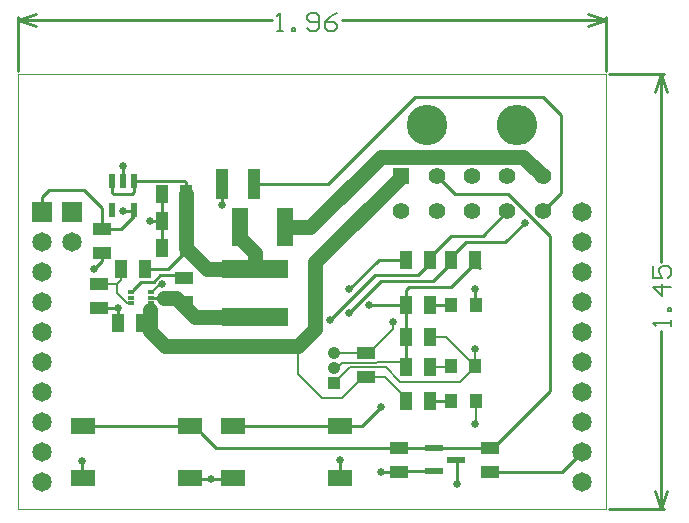
<source format=gtl>
G04*
G04 #@! TF.GenerationSoftware,Altium Limited,Altium Designer,20.1.14 (287)*
G04*
G04 Layer_Physical_Order=1*
G04 Layer_Color=255*
%FSLAX24Y24*%
%MOIN*%
G70*
G04*
G04 #@! TF.SameCoordinates,46077A43-3E97-4952-B592-0C32B6473DDB*
G04*
G04*
G04 #@! TF.FilePolarity,Positive*
G04*
G01*
G75*
%ADD12C,0.0100*%
%ADD17C,0.0000*%
%ADD18C,0.0060*%
%ADD38R,0.0433X0.0472*%
%ADD39R,0.0217X0.0472*%
%ADD40R,0.0400X0.0600*%
%ADD41R,0.0600X0.0400*%
%ADD42R,0.0194X0.0118*%
%ADD43R,0.0610X0.0217*%
%ADD44R,0.2205X0.0610*%
%ADD45R,0.0551X0.1299*%
%ADD46R,0.0827X0.0551*%
%ADD47R,0.0433X0.1024*%
%ADD48C,0.0080*%
%ADD49C,0.0500*%
%ADD50R,0.0413X0.0413*%
%ADD51C,0.0413*%
%ADD52R,0.0549X0.0549*%
%ADD53C,0.0549*%
%ADD54C,0.1351*%
%ADD55O,0.1351X0.1351*%
%ADD56C,0.0650*%
%ADD57R,0.0650X0.0650*%
%ADD58C,0.0250*%
D12*
X17750Y3950D02*
Y9100D01*
X14557Y10500D02*
X16347D01*
X17747Y9100D01*
X16250Y8900D02*
X16900Y9550D01*
X17747Y9100D02*
X17750D01*
X11482Y2782D02*
X12100Y3400D01*
X10741Y2782D02*
X11482D01*
X4438Y7050D02*
X4860D01*
X4870Y7040D01*
X4105Y7570D02*
X4520D01*
X4750Y7800D02*
X5300D01*
X4520Y7570D02*
X4750Y7800D01*
X4729Y7500D02*
X4811D01*
X3829Y7294D02*
X4105Y7570D01*
X3882Y10950D02*
X5541D01*
X3874Y10942D02*
X3882Y10950D01*
X5541D02*
X5600Y10891D01*
Y10500D02*
Y10891D01*
X3874Y10559D02*
Y10942D01*
X3815Y10500D02*
X3874Y10559D01*
X3185Y10500D02*
X3815D01*
X3126Y10559D02*
X3185Y10500D01*
X3126Y10559D02*
Y10942D01*
X3500D02*
Y11450D01*
Y9950D02*
X3832D01*
X11050Y7329D02*
X12021Y8300D01*
X12950D01*
X15250Y6813D02*
Y7350D01*
Y6813D02*
X15263Y6800D01*
X12950Y5750D02*
Y6800D01*
Y4750D02*
Y5750D01*
X13750Y3600D02*
X14437D01*
X3874Y9780D02*
Y9942D01*
X3782Y7247D02*
X3819D01*
X3829Y7256D02*
Y7294D01*
X3819Y7247D02*
X3829Y7256D01*
X15550Y2150D02*
X15600Y2200D01*
X12100Y1250D02*
X12700D01*
X12726Y1276D01*
X10750Y1027D02*
Y1650D01*
X2150Y1027D02*
Y1600D01*
X14650Y850D02*
Y1614D01*
X14614Y1650D02*
X14650Y1614D01*
X18150Y1250D02*
X18800Y1900D01*
X15750Y1250D02*
X18150D01*
X3832Y9900D02*
X3874Y9942D01*
X4400Y9600D02*
X4800D01*
Y8700D02*
Y9600D01*
Y10500D01*
X6450Y1000D02*
X7141D01*
X5759D02*
X6450D01*
X3444Y9350D02*
X3874Y9780D01*
X2800Y9350D02*
X3444D01*
X2800D02*
Y10050D01*
X2200Y10650D02*
X2800Y10050D01*
X1050Y10650D02*
X2200D01*
X2550Y8000D02*
X2809Y8259D01*
Y8541D01*
X2800Y8550D02*
X2809Y8541D01*
X5000Y8000D02*
X5600Y8600D01*
X4200Y8000D02*
X5000D01*
X10100Y6000D02*
Y8424D01*
X10400Y6300D02*
X11900Y7800D01*
X13350D01*
X11050Y6550D02*
X12100Y7600D01*
X13850D01*
X11700Y6800D02*
X12950D01*
X13350Y7800D02*
X13750Y8200D01*
X13850Y7600D02*
X14450Y8200D01*
X13050Y7400D02*
X14450D01*
X12950Y7300D02*
X13050Y7400D01*
X14450D02*
X15250Y8200D01*
X13750D02*
Y8400D01*
X14450Y9100D02*
X15500D01*
X13750Y8400D02*
X14450Y9100D01*
X15500D02*
X16319Y9919D01*
X14450Y8400D02*
X14950Y8900D01*
X14450Y8200D02*
Y8400D01*
X14950Y8900D02*
X16250D01*
X12950Y6800D02*
Y7300D01*
X15400Y8050D02*
X15400D01*
X15250Y8200D02*
X15400Y8050D01*
X15850Y2050D02*
X17750Y3950D01*
X15750Y2050D02*
Y2200D01*
Y2050D02*
X15850D01*
X15550Y2074D02*
Y2150D01*
X15500Y2024D02*
X15550Y2074D01*
X12726Y2024D02*
X13886D01*
X15500D01*
X15600Y2200D02*
X15741D01*
X7159Y2782D02*
X10741D01*
X6105Y2545D02*
X6600Y2050D01*
X12700D01*
X12726Y1276D02*
X13886D01*
X12700Y2050D02*
X12726Y2024D01*
X2159Y2782D02*
X5741D01*
Y1018D02*
X5759Y1000D01*
X7141D02*
X7159Y1018D01*
X5979Y2682D02*
X6105Y2556D01*
Y2545D02*
Y2556D01*
X7882Y10850D02*
X10350D01*
X13250Y13750D02*
X17500D01*
X10350Y10850D02*
X13250Y13750D01*
X6800Y10831D02*
X6819Y10850D01*
X6800Y10150D02*
Y10831D01*
X2700Y6700D02*
X3350D01*
X2550Y6800D02*
X2600Y6750D01*
X3350Y6200D02*
Y6700D01*
X800Y10400D02*
X1050Y10650D01*
X800Y9900D02*
Y10400D01*
X13957Y11100D02*
X14557Y10500D01*
X13750Y6800D02*
X14437D01*
X18651Y900D02*
X18800D01*
X17500Y13750D02*
X18100Y13150D01*
Y10519D02*
Y13150D01*
X17500Y9919D02*
X18100Y10519D01*
X5600Y8600D02*
Y8700D01*
X21425Y14500D02*
X21625Y13900D01*
X21225D02*
X21425Y14500D01*
X21225Y600D02*
X21425Y0D01*
X21625Y600D01*
X21425Y8250D02*
Y14500D01*
Y0D02*
Y5930D01*
X19700Y14500D02*
X21525D01*
X19700Y0D02*
X21525D01*
X0Y16300D02*
X600Y16500D01*
X0Y16300D02*
X600Y16100D01*
X19000D02*
X19600Y16300D01*
X19000Y16500D02*
X19600Y16300D01*
X0D02*
X8480D01*
X10800D02*
X19600D01*
X0Y14600D02*
Y16400D01*
X19600Y14600D02*
Y16400D01*
D17*
X0Y0D02*
X19600D01*
Y14500D01*
X0D02*
X19600D01*
X0Y0D02*
Y14500D01*
Y0D02*
X19600D01*
Y14500D01*
X0D02*
X19600D01*
X0Y0D02*
Y14500D01*
D18*
X21785Y6090D02*
Y6290D01*
Y6190D01*
X21185D01*
X21285Y6090D01*
X21785Y6590D02*
X21685D01*
Y6690D01*
X21785D01*
Y6590D01*
Y7390D02*
X21185D01*
X21485Y7090D01*
Y7490D01*
X21185Y8090D02*
Y7690D01*
X21485D01*
X21385Y7890D01*
Y7990D01*
X21485Y8090D01*
X21685D01*
X21785Y7990D01*
Y7790D01*
X21685Y7690D01*
X8640Y15940D02*
X8840D01*
X8740D01*
Y16540D01*
X8640Y16440D01*
X9140Y15940D02*
Y16040D01*
X9240D01*
Y15940D01*
X9140D01*
X9640Y16040D02*
X9740Y15940D01*
X9940D01*
X10040Y16040D01*
Y16440D01*
X9940Y16540D01*
X9740D01*
X9640Y16440D01*
Y16340D01*
X9740Y16240D01*
X10040D01*
X10640Y16540D02*
X10440Y16440D01*
X10240Y16240D01*
Y16040D01*
X10340Y15940D01*
X10540D01*
X10640Y16040D01*
Y16140D01*
X10540Y16240D01*
X10240D01*
D38*
X14437Y3600D02*
D03*
X15263D02*
D03*
X14423Y4763D02*
D03*
X15250D02*
D03*
X15263Y6800D02*
D03*
X14437D02*
D03*
D39*
X3874Y10942D02*
D03*
X3500D02*
D03*
X3126D02*
D03*
Y9958D02*
D03*
X3874D02*
D03*
D40*
X13750Y4750D02*
D03*
X12950D02*
D03*
X13750Y3600D02*
D03*
X12950D02*
D03*
X13750Y5750D02*
D03*
X12950D02*
D03*
X3350Y6200D02*
D03*
X4150D02*
D03*
X15250Y8300D02*
D03*
X14450D02*
D03*
X12950D02*
D03*
X13750D02*
D03*
X12950Y6800D02*
D03*
X13750D02*
D03*
X3450Y8000D02*
D03*
X4250D02*
D03*
X4800Y10500D02*
D03*
X5600D02*
D03*
X4800Y8700D02*
D03*
X5600D02*
D03*
X4800Y9600D02*
D03*
X5600D02*
D03*
D41*
X11600Y5200D02*
D03*
Y4400D02*
D03*
X12700Y1250D02*
D03*
Y2050D02*
D03*
X2700Y7500D02*
D03*
Y6700D02*
D03*
X2800Y9350D02*
D03*
Y8550D02*
D03*
X15750Y1250D02*
D03*
Y2050D02*
D03*
X5550Y7700D02*
D03*
Y6900D02*
D03*
D42*
X4438Y7050D02*
D03*
X3782Y6853D02*
D03*
Y7050D02*
D03*
Y7247D02*
D03*
X4438D02*
D03*
Y6853D02*
D03*
D43*
X13886Y2024D02*
D03*
Y1276D02*
D03*
X14614Y1650D02*
D03*
D44*
X7900Y7997D02*
D03*
Y6403D02*
D03*
D45*
X8898Y9400D02*
D03*
X7402D02*
D03*
D46*
X10741Y2782D02*
D03*
Y1018D02*
D03*
X7159D02*
D03*
Y2782D02*
D03*
X5741D02*
D03*
Y1018D02*
D03*
X2159D02*
D03*
Y2782D02*
D03*
D47*
X7882Y10850D02*
D03*
X6819D02*
D03*
D48*
X15250Y2850D02*
X15263Y2863D01*
Y3600D01*
X15250Y4783D02*
Y5350D01*
X12500Y6000D02*
Y6250D01*
X11700Y5200D02*
X12500Y6000D01*
X3764Y6871D02*
X3782Y6853D01*
X3635Y6871D02*
X3764D01*
X3300Y7206D02*
X3635Y6871D01*
X3300Y7206D02*
Y7500D01*
X3450Y7650D01*
X2700Y7500D02*
X3300D01*
X3450Y7650D02*
Y8000D01*
X4438Y7247D02*
X4476D01*
X4697Y7468D01*
X4778D01*
X4811Y7500D01*
X10550Y5200D02*
X11600D01*
X15250Y4763D02*
Y4783D01*
X11600Y5200D02*
X11700D01*
X9350Y4500D02*
X10150Y3700D01*
X9350Y4500D02*
Y5450D01*
X10150Y3700D02*
X10800D01*
X11500Y4400D02*
X11600D01*
X10800Y3700D02*
X11500Y4400D01*
X11070Y4720D02*
X12280D01*
X12750Y4250D02*
X14737D01*
X12280Y4720D02*
X12750Y4250D01*
X12250Y4400D02*
X12950Y3700D01*
X11600Y4400D02*
X12250D01*
X12950Y3600D02*
Y3700D01*
X10792Y4880D02*
X11950D01*
X12800Y4900D02*
X12950Y4750D01*
X10550Y4700D02*
X10612D01*
X11970Y4900D02*
X12800D01*
X11950Y4880D02*
X11970Y4900D01*
X10612Y4700D02*
X10792Y4880D01*
X15250Y4744D02*
Y4763D01*
X15073Y4567D02*
X15250Y4744D01*
X15054Y4567D02*
X15073D01*
X14737Y4250D02*
X15054Y4567D01*
X10550Y4200D02*
X11070Y4720D01*
X13750Y5750D02*
X14283D01*
X15250Y4783D01*
X13750Y4750D02*
X14410D01*
D49*
X4870Y7040D02*
X5260D01*
X5897Y6403D01*
X16839Y11750D02*
X17489Y11100D01*
X17500D01*
X12100Y11750D02*
X16839D01*
X9750Y9400D02*
X12100Y11750D01*
X4410Y5940D02*
Y6630D01*
X4900Y5450D02*
X9350D01*
X4410Y5940D02*
X4900Y5450D01*
X5897Y6403D02*
X7900D01*
X5600Y8700D02*
X6303Y7997D01*
X7900D01*
Y8528D01*
X7402Y9026D02*
Y9400D01*
Y9026D02*
X7900Y8528D01*
X9350Y5450D02*
X9900Y6000D01*
Y8224D02*
X10100Y8424D01*
X12756Y11080D01*
X8898Y9400D02*
X9750D01*
X9900Y6000D02*
Y8224D01*
X5600Y9600D02*
Y10500D01*
Y8700D02*
Y9600D01*
D50*
X10550Y4200D02*
D03*
D51*
Y4700D02*
D03*
Y5200D02*
D03*
D52*
X12776Y11100D02*
D03*
D53*
X13957D02*
D03*
X15138D02*
D03*
X16319D02*
D03*
X17500D02*
D03*
X12776Y9919D02*
D03*
X13957D02*
D03*
X15138D02*
D03*
X16319D02*
D03*
X17500D02*
D03*
D54*
X13626Y12801D02*
D03*
D55*
X16650D02*
D03*
D56*
X1800Y8900D02*
D03*
X18800Y900D02*
D03*
Y1900D02*
D03*
Y4900D02*
D03*
Y3900D02*
D03*
Y2900D02*
D03*
Y9900D02*
D03*
Y6900D02*
D03*
Y8900D02*
D03*
Y7900D02*
D03*
Y5900D02*
D03*
X800D02*
D03*
Y2900D02*
D03*
Y3900D02*
D03*
Y4900D02*
D03*
Y1900D02*
D03*
Y900D02*
D03*
Y7900D02*
D03*
Y8900D02*
D03*
Y6900D02*
D03*
D57*
Y9900D02*
D03*
X1800D02*
D03*
D58*
X15250Y2850D02*
D03*
X16900Y9550D02*
D03*
X15250Y5350D02*
D03*
X12500Y6250D02*
D03*
X12100Y3400D02*
D03*
X4811Y7500D02*
D03*
X3500Y11450D02*
D03*
Y9950D02*
D03*
X15250Y7350D02*
D03*
X11050Y7329D02*
D03*
X12100Y1250D02*
D03*
X10750Y1650D02*
D03*
X2150Y1600D02*
D03*
X14650Y850D02*
D03*
X4400Y9600D02*
D03*
X2550Y8000D02*
D03*
X10400Y6300D02*
D03*
X11050Y6550D02*
D03*
X11700Y6800D02*
D03*
X6450Y1000D02*
D03*
X6800Y10150D02*
D03*
X3350Y6700D02*
D03*
M02*

</source>
